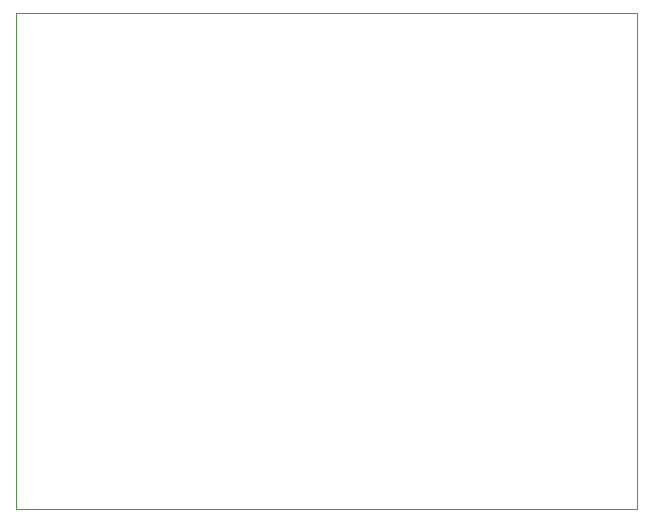
<source format=gm1>
G04 #@! TF.GenerationSoftware,KiCad,Pcbnew,7.0.8-7.0.8~ubuntu22.04.1*
G04 #@! TF.CreationDate,2023-10-11T15:45:23+02:00*
G04 #@! TF.ProjectId,Pico_PCB,5069636f-5f50-4434-922e-6b696361645f,rev?*
G04 #@! TF.SameCoordinates,Original*
G04 #@! TF.FileFunction,Profile,NP*
%FSLAX46Y46*%
G04 Gerber Fmt 4.6, Leading zero omitted, Abs format (unit mm)*
G04 Created by KiCad (PCBNEW 7.0.8-7.0.8~ubuntu22.04.1) date 2023-10-11 15:45:23*
%MOMM*%
%LPD*%
G01*
G04 APERTURE LIST*
G04 #@! TA.AperFunction,Profile*
%ADD10C,0.100000*%
G04 #@! TD*
G04 APERTURE END LIST*
D10*
X230450000Y-14600000D02*
X283050000Y-14600000D01*
X283050000Y-56600000D01*
X230450000Y-56600000D01*
X230450000Y-14600000D01*
M02*

</source>
